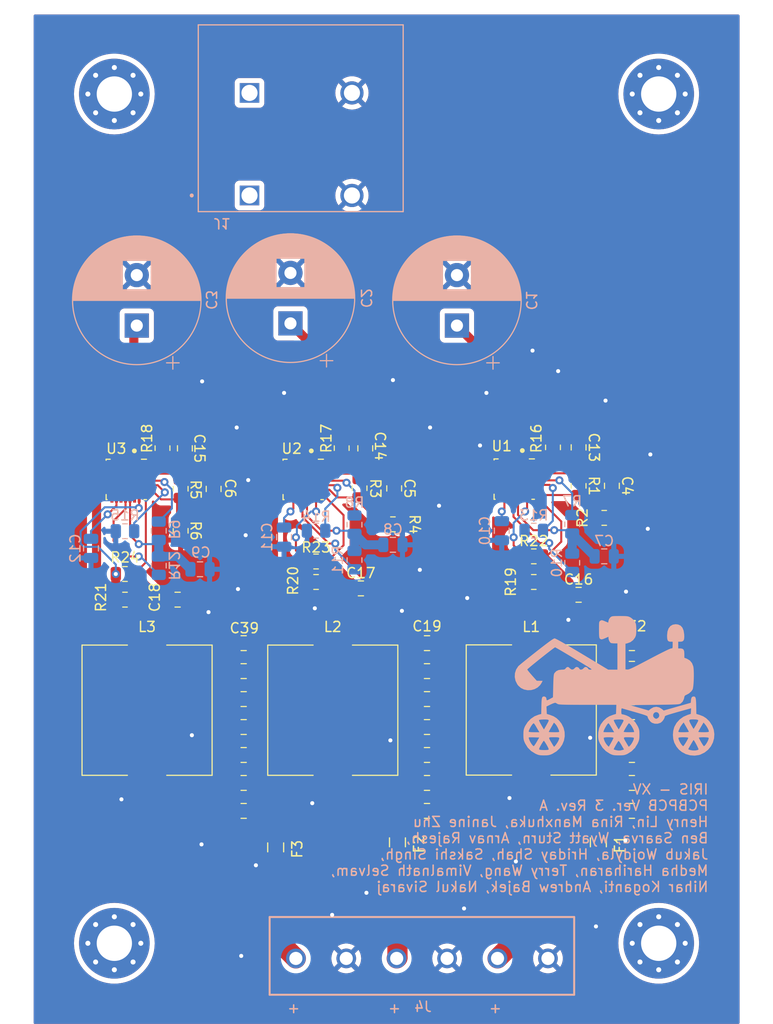
<source format=kicad_pcb>
(kicad_pcb (version 20240108) (generator "pcbnew") (generator_version "8.0")
  (layers (0 "F.Cu" signal) (1 "In1.Cu" power "PWR.Cu") (2 "In2.Cu" power "GND.Cu") (31 "B.Cu" signal) (34 "B.Paste" user) (35 "F.Paste" user) (36 "B.SilkS" user "B.Silkscreen") (37 "F.SilkS" user "F.Silkscreen") (38 "B.Mask" user) (39 "F.Mask" user) (44 "Edge.Cuts" user))
  (net 0 "")
  (net 1 "/V_BAT_IN")
  (net 2 "GND")
  (net 3 "Net-(U1-VDD)")
  (net 4 "Net-(U2-VDD)")
  (net 5 "Net-(U3-VDD)")
  (net 6 "Net-(U1-VDRV)")
  (net 7 "Net-(U2-VDRV)")
  (net 8 "Net-(U3-VDRV)")
  (net 9 "Net-(U1-BOOT)")
  (net 10 "Net-(C13-Pad2)")
  (net 11 "Net-(U2-BOOT)")
  (net 12 "Net-(C14-Pad2)")
  (net 13 "Net-(U3-BOOT)")
  (net 14 "Net-(C15-Pad2)")
  (net 15 "/5V_OUT_1")
  (net 16 "/5V_OUT_2")
  (net 17 "/5V_OUT_3")
  (net 18 "Net-(L1-Pad1)")
  (net 19 "Net-(L2-Pad1)")
  (net 20 "Net-(L3-Pad1)")
  (net 21 "Net-(U1-EN)")
  (net 22 "Net-(U2-EN)")
  (net 23 "Net-(U3-EN)")
  (net 24 "Net-(U1-MODE1)")
  (net 25 "Net-(U2-MODE1)")
  (net 26 "Net-(U3-MODE1)")
  (net 27 "Net-(U1-PGOOD)")
  (net 28 "Net-(U2-PGOOD)")
  (net 29 "Net-(U3-PGOOD)")
  (net 30 "Net-(U1-MODE2)")
  (net 31 "Net-(U2-MODE2)")
  (net 32 "Net-(U3-MODE2)")
  (net 33 "Net-(U1-PHASE)")
  (net 34 "Net-(U2-PHASE)")
  (net 35 "Net-(U3-PHASE)")
  (net 36 "Net-(U1-FB)")
  (net 37 "Net-(U2-FB)")
  (net 38 "Net-(U3-FB)")
  (net 40 "Net-(U1-VOUT)")
  (net 41 "Net-(U2-VOUT)")
  (net 42 "Net-(U3-VOUT)")
  (net 43 "unconnected-(U1-GL-Pad10)_1")
  (net 46 "unconnected-(U2-GL-Pad10)_1")
  (net 48 "unconnected-(U3-GL-Pad10)")
  (footprint "MountingHole:MountingHole_3.5mm_Pad_Via" (layer "F.Cu") (at 79.984155 30.875)
    (property "Reference" "REF**" (hide yes))
    (property "Value" "MountingHole_3.5mm_Pad_Via")
  )
  (footprint "Capacitor_SMD:C_0805_2012Metric" (layer "F.Cu") (at 50.450345 79.847)
    (property "Reference" "C17")
    (property "Value" "100nF")
  )
  (footprint "Inductor_SMD:L_Vishay_IHLP-5050" (layer "F.Cu") (at 47.6615 91.912 -90)
    (property "Reference" "L2")
    (property "Value" "1.2uH")
  )
  (footprint "Capacitor_SMD:C_0805_2012Metric" (layer "F.Cu") (at 57.005345 96.34892)
    (property "Reference" "C21" (hide yes))
    (property "Value" "47uF")
  )
  (footprint "SIC_431_supporting:REGULATOR_SIC431AED-T1-GE3" (layer "F.Cu") (at 44.730345 69.052 -90)
    (property "Reference" "U2")
    (property "Value" "SIC431AED-T1-GE3")
  )
  (footprint "Resistor_SMD:R_0805_2012Metric" (layer "F.Cu") (at 50.315345 69.922 -90)
    (property "Reference" "R3")
    (property "Value" "562k")
  )
  (footprint "Capacitor_SMD:C_0805_2012Metric" (layer "F.Cu") (at 75.342345 69.687 -90)
    (property "Reference" "C4")
    (property "Value" "100nF")
  )
  (footprint "Resistor_SMD:R_0805_2012Metric" (layer "F.Cu") (at 32.575345 74.142 -90)
    (property "Reference" "R6")
    (property "Value" "309k")
  )
  (footprint "Capacitor_SMD:C_0805_2012Metric" (layer "F.Cu") (at 77.325345 96.34892)
    (property "Reference" "C28" (hide yes))
    (property "Value" "47uF")
  )
  (footprint "Resistor_SMD:R_0805_2012Metric" (layer "F.Cu") (at 27.055345 78.422)
    (property "Reference" "R24")
    (property "Value" "73.2k")
  )
  (footprint "Resistor_SMD:R_0805_2012Metric" (layer "F.Cu") (at 48.545345 65.952 90)
    (property "Reference" "R17")
    (property "Value" "3.3")
  )
  (footprint "Inductor_SMD:L_Vishay_IHLP-5050" (layer "F.Cu") (at 29.245345 91.912 -90)
    (property "Reference" "L3")
    (property "Value" "1.2uH")
  )
  (footprint "Capacitor_SMD:C_0805_2012Metric" (layer "F.Cu") (at 57.005345 85.272)
    (property "Reference" "C19")
    (property "Value" "47uF")
  )
  (footprint "Capacitor_SMD:C_0805_2012Metric" (layer "F.Cu") (at 38.825345 88.04123)
    (property "Reference" "C34" (hide yes))
    (property "Value" "47uF")
  )
  (footprint "Resistor_SMD:R_0805_2012Metric" (layer "F.Cu") (at 72.040345 69.687 -90)
    (property "Reference" "R1")
    (property "Value" "562k")
  )
  (footprint "Resistor_SMD:R_0805_2012Metric" (layer "F.Cu") (at 30.775345 65.952 90)
    (property "Reference" "R18")
    (property "Value" "3.3")
  )
  (footprint "Capacitor_SMD:C_0805_2012Metric" (layer "F.Cu") (at 77.325345 85.272)
    (property "Reference" "C32")
    (property "Value" "47uF")
  )
  (footprint "IRIS:FUSC3215X83N" (layer "F.Cu") (at 74 105 -90)
    (property "Reference" "F1")
    (property "Value" "0685P9200-01")
  )
  (footprint "Capacitor_SMD:C_0805_2012Metric" (layer "F.Cu") (at 72.040345 80.482)
    (property "Reference" "C16")
    (property "Value" "100nF")
  )
  (footprint "MountingHole:MountingHole_3.5mm_Pad_Via" (layer "F.Cu") (at 26 30.875)
    (property "Reference" "REF**" (hide yes))
    (property "Value" "MountingHole_3.5mm_Pad_Via")
  )
  (footprint "Capacitor_SMD:C_0805_2012Metric" (layer "F.Cu") (at 53.752345 69.941 -90)
    (property "Reference" "C5")
    (property "Value" "100nF")
  )
  (footprint "Capacitor_SMD:C_0805_2012Metric" (layer "F.Cu") (at 57.005345 99.11815)
    (property "Reference" "C23" (hide yes))
    (property "Value" "47uF")
  )
  (footprint "Capacitor_SMD:C_0805_2012Metric" (layer "F.Cu") (at 32.275345 80.962)
    (property "Reference" "C18")
    (property "Value" "100nF")
  )
  (footprint "Resistor_SMD:R_0805_2012Metric" (layer "F.Cu") (at 74.580345 72.862)
    (property "Reference" "R2")
    (property "Value" "309k")
  )
  (footprint "Resistor_SMD:R_0805_2012Metric" (layer "F.Cu") (at 67.595345 79.212)
    (property "Reference" "R19")
    (property "Value" "10k")
  )
  (footprint "Capacitor_SMD:C_0805_2012Metric" (layer "F.Cu") (at 77.325345 99.11815)
    (property "Reference" "C26" (hide yes))
    (property "Value" "47uF")
  )
  (footprint "IRIS:FUSC3215X83N" (layer "F.Cu") (at 54.076155 105 -90)
    (property "Reference" "F2")
    (property "Value" "0685P9200-01")
  )
  (footprint "Capacitor_SMD:C_0805_2012Metric" (layer "F.Cu") (at 77.325345 90.632)
    (property "Reference" "C30" (hide yes))
    (property "Value" "47uF")
  )
  (footprint "Capacitor_SMD:C_0805_2012Metric" (layer "F.Cu") (at 57.005345 101.88738)
    (property "Reference" "C22" (hide yes))
    (property "Value" "47uF")
  )
  (footprint "Capacitor_SMD:C_0805_2012Metric" (layer "F.Cu") (at 38.825345 101.88738)
    (property "Reference" "C39")
    (property "Value" "47uF")
  )
  (footprint "Capacitor_SMD:C_0805_2012Metric" (layer "F.Cu") (at 57.005345 93.57969)
    (property "Reference" "C25" (hide yes))
    (property "Value" "47uF")
  )
  (footprint "Capacitor_SMD:C_0805_2012Metric" (layer "F.Cu") (at 77.325345 101.88738)
    (property "Reference" "C27" (hide yes))
    (property "Value" "47uF")
  )
  (footprint "Inductor_SMD:L_Vishay_IHLP-5050" (layer "F.Cu") (at 67.345345 91.892 -90)
    (property "Reference" "L1")
    (property "Value" "1.2uH")
  )
  (footprint "Capacitor_SMD:C_0805_2012Metric" (layer "F.Cu") (at 35.845345 69.9945 -90)
    (property "Reference" "C6")
    (property "Value" "100nF")
  )
  (footprint "Capacitor_SMD:C_0805_2012Metric" (layer "F.Cu") (at 38.825345 90.81046)
    (property "Reference" "C35" (hide yes))
    (property "Value" "47uF")
  )
  (footprint "Capacitor_SMD:C_0805_2012Metric" (layer "F.Cu") (at 57.005345 88.04123)
    (property "Reference" "C20" (hide yes))
    (property "Value" "47uF")
  )
  (footprint "Resistor_SMD:R_0805_2012Metric" (layer "F.Cu") (at 69.500345 65.877 90)
    (property "Reference" "R16")
    (property "Value" "3.3")
  )
  (footprint "Capacitor_SMD:C_0805_2012Metric" (layer "F.Cu") (at 72.040345 65.877 90)
    (property "Reference" "C13")
    (property "Value" "100nF")
  )
  (footprint "Capacitor_SMD:C_0805_2012Metric" (layer "F.Cu") (at 38.825345 99.11815)
    (property "Reference" "C38" (hide yes))
    (property "Value" "47uF")
  )
  (footprint "MountingHole:MountingHole_3.5mm_Pad_Via" (layer "F.Cu") (at 26 115)
    (property "Reference" "REF**" (hide yes))
    (property "Value" "MountingHole_3.5mm_Pad_Via")
  )
  (footprint "Resistor_SMD:R_0805_2012Metric" (layer "F.Cu") (at 27.055345 80.962)
    (property "Reference" "R21")
    (property "Value" "10k")
  )
  (footprint "IRIS:FUSC3215X83N" (layer "F.Cu") (at 42 105.5 -90)
    (property "Reference" "F3")
    (property "Value" "0685P9200-01")
  )
  (footprint "Capacitor_SMD:C_0805_2012Metric" (layer "F.Cu") (at 38.825345 96.34892)
    (property "Reference" "C37" (hide yes))
    (property "Value" "47uF")
  )
  (footprint "Resistor_SMD:R_0805_2012Metric" (layer "F.Cu") (at 53.625345 73.497)
    (property "Reference" "R4")
    (property "Value" "309k")
  )
  (footprint "Capacitor_SMD:C_0805_2012Metric" (layer "F.Cu") (at 57.005345 90.81046)
    (property "Reference" "C24" (hide yes))
    (property "Value" "47uF")
  )
  (footprint "SIC_431_supporting:REGULATOR_SIC431AED-T1-GE3" (layer "F.Cu") (at 65.657845 69.0195 -90)
    (property "Reference" "U1")
    (property "Value" "SIC431AED-T1-GE3")
  )
  (footprint "Resistor_SMD:R_0805_2012Metric" (layer "F.Cu") (at 67.595345 76.672)
    (property "Reference" "R22")
    (property "Value" "73.2")
  )
  (footprint "Resistor_SMD:R_0805_2012Metric" (layer "F.Cu") (at 32.575345 69.9745 -90)
    (property "Reference" "R5")
    (property "Value" "562k")
  )
  (footprint "Capacitor_SMD:C_0805_2012Metric" (layer "F.Cu") (at 38.825345 85.272)
    (property "Reference" "C33" (hide yes))
    (property "Value" "47uF")
  )
  (footprint "Capacitor_SMD:C_0805_2012Metric" (layer "F.Cu") (at 50.885345 65.972 90)
    (property "Reference" "C14")
    (property "Value" "100nF")
  )
  (footprint "SIC_431_supporting:REGULATOR_SIC431AED-T1-GE3" (layer "F.Cu") (at 27.185345 69.052 -90)
    (property "Reference" "U3")
    (property "Value" "SIC431AED-T1-GE3")
  )
  (footprint "Resistor_SMD:R_0805_2012Metric" (layer "F.Cu") (at 46.005345 79.212)
    (property "Reference" "R20")
    (property "Value" "10k")
  )
  (footprint "Capacitor_SMD:C_0805_2012Metric" (layer "F.Cu") (at 77.325345 93.57969)
    (property "Reference" "C29" (hide yes))
    (property "Value" "47uF")
  )
  (footprint "Capacitor_SMD:C_0805_2012Metric" (layer "F.Cu") (at 77.325345 87.812)
    (property "Reference" "C31" (hide yes))
    (property "Value" "47uF")
  )
  (footprint "Capacitor_SMD:C_0805_2012Metric" (layer "F.Cu") (at 38.825345 93.57969)
    (property "Reference" "C36" (hide yes))
    (property "Value" "47uF")
  )
  (footprint "Resistor_SMD:R_0805_2012Metric" (layer "F.Cu") (at 46.005345 77.18)
    (property "Reference" "R23")
    (property "Value" "73.2")
  )
  (footprint "Capacitor_SMD:C_0805_2012Metric" (layer "F.Cu") (at 32.995345 65.972 90)
    (property "Reference" "C15")
    (property "Value" "100nF")
  )
  (footprint "MountingHole:MountingHole_3.5mm_Pad_Via" (layer "F.Cu") (at 79.984155 115)
    (property "Reference" "REF**" (hide yes))
    (property "Value" "MountingHole_3.5mm_Pad_Via")
  )
  (footprint "Resistor_SMD:R_0805_2012Metric" (layer "B.Cu") (at 46.005345 74.132)
    (property "Reference" "R14")
    (property "Value" "200k")
  )
  (footprint "Capacitor_SMD:C_0805_2012Metric" (layer "B.Cu") (at 53.625345 75.529)
    (property "Reference" "C8")
    (property "Value" "1uF")
  )
  (footprint "Resistor_SMD:R_0805_2012Metric" (layer "B.Cu") (at 49.815345 77.042 -90)
    (property "Reference" "R11")
    (property "Value" "100k")
  )
  (footprint "Resistor_SMD:R_0805_2012Metric" (layer "B.Cu") (at 27.055345 74.182)
    (property "Reference" "R15")
    (property "Value" "200k")
  )
  (footprint "Resistor_SMD:R_0805_2012Metric" (layer "B.Cu") (at 30.405345 74.142 90)
    (property "Reference" "R9")
    (property "Value" "100k")
  )
  (footprint "Resistor_SMD:R_0805_2012Metric" (layer "B.Cu") (at 30.405345 77.5945 -90)
    (property "Reference" "R12")
    (property "Value" "100k")
  )
  (footprint "Resistor_SMD:R_0805_2012Metric" (layer "B.Cu") (at 71.405345 77.307 -90)
    (property "Reference" "R10")
    (property "Value" "100k")
  )
  (footprint "Capacitor_THT:CP_Radial_D12.5mm_P5.00mm" (layer "B.Cu") (at 59.975345 53.812 90)
    (property "Reference" "C1")
    (property "Value" "150uF")
  )
  (footprint "Resistor_SMD:R_0805_2012Metric" (layer "B.Cu") (at 49.815345 73.532 90)
    (property "Reference" "R8")
    (property "Value" "100k")
  )
  (footprint "Capacitor_SMD:C_0805_2012Metric" (layer "B.Cu") (at 23.685345 75.882 -90)
    (property "Reference" "C12")
    (property "Value" "4.7uF")
  )
  (footprint "Capacitor_SMD:C_0805_2012Metric" (layer "B.Cu") (at 74.580345 76.672)
    (property "Reference" "C7")
    (property "Value" "1uF")
  )
  (footprint "Capacitor_SMD:C_0805_2012Metric" (layer "B.Cu") (at 64.420345 74.132 -90)
    (property "Reference" "C10")
    (property "Value" "4.7uF")
  )
  (footprint "Capacitor_SMD:C_0805_2012Metric" (layer "B.Cu") (at 42.830345 74.767 -90)
    (property "Reference" "C11")
    (property "Value" "4.7uF")
  )
  (footprint "Capacitor_THT:CP_Radial_D12.5mm_P5.00mm" (layer "B.Cu") (at 43.465345 53.595959 90)
    (property "Reference" "C2")
    (property "Value" "150uF")
  )
  (footprint "Capacitor_THT:CP_Radial_D12.5mm_P5.00mm" (layer "B.Cu") (at 28.225345 53.812 90)
    (property "Reference" "C3")
    (property "Value" "150uF")
  )
  (footprint "power_board_support:TE_1986660-2" (layer "B.Cu") (at 39.4035 40.924)
    (property "Reference" "J1")
    (property "Value" "Screw_Terminal_01x02")
  )
  (footprint "Capacitor_SMD:C_0805_2012Metric" (layer "B.Cu") (at 34.495345 77.952)
    (property "Reference" "C9")
    (property "Value" "1uF")
  )
  (footprint "Custom_Silkscreen_and_memes:IRIS_OLD_logo" (layer "B.Cu") (at 75.5 89.5 180)
    (property "Reference" "G***")
    (property "Value" "LOGO" (hide yes))
  )
  (footprint "Resistor_SMD:R_0805_2012Metric" (layer "B.Cu") (at 67.595345 74.132)
    (property "Reference" "R13")
    (property "Value" "200k")
  )
  (footprint "power_board_support:691137710006" (layer "B.Cu") (at 56.5 116.5)
    (property "Reference" "J4")
    (property "Value" "Screw_Terminal_01x06")
  )
  (footprint "Resistor_SMD:R_0805_2012Metric" (layer "B.Cu") (at 71.405345 73.497 90)
    (property "Reference" "R7")
    (property "Value" "100k")
  )
  (gr_text "+" (at 54.5 122 0) (layer "B.SilkS") (effects (font (size 1 1)) (justify left bottom mirror)))
  (gr_text "+" (at 44.5 122 0) (layer "B.SilkS") (effects (font (size 1 1)) (justify left bottom mirror)))
  (gr_text "IRIS - XV\nPCBPCB Ver. 3 Rev. A\nHenry Lin, Rina Manxhuka, Janine Zhu\nBen Saarva, Wyatt Sturn, Arnav Rajesh, \nJakub Wojdyla, Hriday Shah, Sakshi Singh, \nMedha Hariharan, Terry Wang, Vimalnath Selvam, \nNihar Koganti, Andrew Bajek, Nakul Sivaraj" (at 85 110 0) (layer "B.SilkS") (effects (font (size 1 1)) (justify left bottom mirror)))
  (gr_text "+" (at 64.5 122 0) (layer "B.SilkS") (effects (font (size 1 1)) (justify left bottom mirror)))
  (segment (start 71.710345 68.4445) (end 72.040345 68.7745) (width 0.2) (layer "F.Cu") (net 1))
  (segment (start 45.480345 55.610959) (end 53.752345 63.882959) (width 0.9) (layer "F.Cu") (net 1))
  (segment (start 29.122845 68.477) (end 31.990345 68.477) (width 0.2) (layer "F.Cu") (net 1))
  (segment (start 27.935345 57.964208) (end 27.935345 56.352) (width 0.9) (layer "F.Cu") (net 1))
  (segment (start 35.845345 69.0445) (end 35.150345 69.0445) (width 0.9) (layer "F.Cu") (net 1))
  (segment (start 28.225345 53.812) (end 27.935345 54.102) (width 0.9) (layer "F.Cu") (net 1))
  (segment (start 35.845345 69.0445) (end 32.592845 69.0445) (width 0.9) (layer "F.Cu") (net 1))
  (segment (start 50.315345 69.0095) (end 53.733845 69.0095) (width 0.9) (layer "F.Cu") (net 1))
  (segment (start 35.845345 69.0445) (end 35.845345 65.874208) (width 0.9) (layer "F.Cu") (net 1))
  (segment (start 75.342345 68.737) (end 75.342345 66.231208) (width 0.9) (layer "F.Cu") (net 1))
  (segment (start 45.480345 67.877) (end 45.480345 55.610959) (width 0.9) (layer "F.Cu") (net 1))
  (segment (start 75.342345 66.231208) (end 69.355637 60.2445) (width 0.9) (layer "F.Cu") (net 1))
  (segment (start 72.063845 68.798) (end 72.040345 68.7745) (width 0.9) (layer "F.Cu") (net 1))
  (segment (start 66.407845 67.8445) (end 66.407845 60.2445) (width 0.9) (layer "F.Cu") (net 1))
  (segment (start 32.292845 69.0445) (end 32.275345 69.062) (width 0.9) (layer "F.Cu") (net 1))
  (segment (start 67.595345 68.4445) (end 71.710345 68.4445) (width 0.2) (layer "F.Cu") (net 1))
  (segment (start 35.150345 69.0445) (end 35.132845 69.062) (width 0.9) (layer "F.Cu") (net 1))
  (segment (start 53.733845 69.0095) (end 53.752345 68.991) (width 0.9) (layer "F.Cu") (net 1))
  (segment (start 45.480345 55.610959) (end 43.465345 53.595959) (width 0.9) (layer "F.Cu") (net 1))
  (segment (start 69.355637 60.2445) (end 66.407845 60.2445) (width 0.9) (layer "F.Cu") (net 1))
  (segment (start 27.935345 54.102) (end 27.935345 56.352) (width 0.9) (layer "F.Cu") (net 1))
  (segment (start 75.281345 68.798) (end 72.063845 68.798) (width 0.9) (layer "F.Cu") (net 1))
  (segment (start 27.935345 58.892) (end 27.935345 67.877) (width 0.9) (layer "F.Cu") (net 1))
  (segment (start 46.667845 68.477) (end 49.782845 68.477) (width 0.2) (layer "F.Cu") (net 1))
  (segment (start 53.752345 63.882959) (end 53.752345 68.991) (width 0.9) (layer "F.Cu") (net 1))
  (segment (start 35.845345 65.874208) (end 27.935345 57.964208) (width 0.9) (layer "F.Cu") (net 1))
  (segment (start 31.990345 68.477) (end 32.575345 69.062) (width 0.2) (layer "F.Cu") (net 1))
  (segment (start 75.342345 68.737) (end 75.281345 68.798) (width 0.9) (layer "F.Cu") (net 1))
  (segment (start 49.782845 68.477) (end 50.315345 69.0095) (width 0.2) (layer "F.Cu") (net 1))
  (segment (start 27.935345 56.352) (end 27.935345 58.892) (width 0.9) (layer "F.Cu") (net 1))
  (segment (start 66.407845 60.2445) (end 59.975345 53.812) (width 0.9) (layer "F.Cu") (net 1))
  (segment (start 65.132845 70.957) (end 65.132845 69.992) (width 0.1) (layer "F.Cu") (net 2))
  (segment (start 26.660345 70.9895) (end 26.660345 70.0245) (width 0.1) (layer "F.Cu") (net 2))
  (segment (start 65.617845 69.507) (end 65.355345 69.7695) (width 0.25) (layer "F.Cu") (net 2))
  (segment (start 44.690345 69.5395) (end 44.427845 69.802) (width 0.25) (layer "F.Cu") (net 2))
  (segment (start 26.660345 70.0245) (end 26.882845 69.802) (width 0.1) (layer "F.Cu") (net 2))
  (segment (start 44.205345 70.0245) (end 44.427845 69.802) (width 0.1) (layer "F.Cu") (net 2))
  (segment (start 66.407845 69.507) (end 65.617845 69.507) (width 0.25) (layer "F.Cu") (net 2))
  (segment (start 28.010345 70.9895) (end 28.010345 69.6145) (width 0.2) (layer "F.Cu") (net 2))
  (segment (start 28.010345 69.6145) (end 27.935345 69.5395) (width 0.2) (layer "F.Cu") (net 2))
  (segment (start 44.205345 70.9895) (end 44.205345 70.0245) (width 0.1) (layer "F.Cu") (net 2))
  (segment (start 66.482845 70.957) (end 66.482845 69.582) (width 0.2) (layer "F.Cu") (net 2))
  (segment (start 27.935345 69.5395) (end 27.145345 69.5395) (width 0.2) (layer "F.Cu") (net 2))
  (segment (start 66.482845 69.582) (end 66.407845 69.507) (width 0.2) (layer "F.Cu") (net 2))
  (segment (start 45.555345 69.6145) (end 45.480345 69.5395) (width 0.2) (layer "F.Cu") (net 2))
  (segment (start 45.555345 70.9895) (end 45.555345 69.6145) (width 0.2) (layer "F.Cu") (net 2))
  (segment (start 27.145345 69.5395) (end 26.882845 69.802) (width 0.2) (layer "F.Cu") (net 2))
  (segment (start 65.132845 69.992) (end 65.355345 69.7695) (width 0.1) (layer "F.Cu") (net 2))
  (segment (start 45.480345 69.5395) (end 44.690345 69.5395) (width 0.25) (layer "F.Cu") (net 2))
  (via (at 53.3735 94.899) (size 0.8) (drill 0.4) (layers "F.Cu" "B.Cu") (net 2))
  (via (at 73.1855 94.645) (size 0.8) (drill 0.4) (layers "F.Cu" "B.Cu") (net 2))
  (via (at 60.680155 111.553) (size 0.8) (drill 0.4) (layers "F.Cu" "B.Cu") (net 2))
  (via (at 76.7415 80.167) (size 0.8) (drill 0.4) (layers "F.Cu" "B.Cu") (net 2))
  (via (at 53.6275 59.212) (size 0.8) (drill 0.4) (layers "F.Cu" "B.Cu") (net 2))
  (via (at 47.599155 112.188) (size 0.8) (drill 0.4) (layers "F.Cu" "B.Cu") (net 2))
  (via (at 54.5165 82.072) (size 0.8) (drill 0.4) (layers "F.Cu" "B.Cu") (net 2))
  (via (at 58.1995 71.658) (size 0.8) (drill 0.4) (layers "F.Cu" "B.Cu") (net 2))
  (via (at 76.682155 104.822) (size 0.8) (drill 0.4) (layers "F.Cu" "B.Cu") (net 2))
  (via (at 34.645155 105.203) (size 0.8) (drill 0.4) (layers "F.Cu" "B.Cu") (net 2))
  (via (at 60.9935 80.802) (size 0.8) (drill 0.4) (layers "F.Cu" "B.Cu") (net 2))
  (via (at 38.582155 116.252) (size 0.8) (drill 0.4) (layers "F.Cu" "B.Cu") (net 2))
  (via (at 71.0265 82.961) (size 0.8) (drill 0.4) (layers "F.Cu" "B.Cu") (net 2))
  (via (at 45.6265 101.122) (size 0.8) (drill 0.4) (layers "F.Cu" "B.Cu") (net 2))
  (via (at 34.7045 59.339) (size 0.8) (drill 0.4) (layers "F.Cu" "B.Cu") (net 2))
  (via (at 65.8195 106.893) (size 0.8) (drill 0.4) (layers "F.Cu" "B.Cu") (net 2))
  (via (at 79.1545 66.578) (size 0.8) (drill 0.4) (layers "F.Cu" "B.Cu") (net 2))
  (via (at 62.8985 60.482) (size 0.8) (drill 0.4) (layers "F.Cu" "B.Cu") (net 2))
  (via (at 39.0225 74.579) (size 0.8) (drill 0.4) (layers "F.Cu" "B.Cu") (net 2))
  (via (at 38.2605 79.913) (size 0.8) (drill 0.4) (layers "F.Cu" "B.Cu") (net 2))
  (via (at 45.8805 81.818) (size 0.8) (drill 0.4) (layers "F.Cu" "B.Cu") (net 2))
  (via (at 35.3395 82.199) (size 0.8) (drill 0.4) (layers "F.Cu" "B.Cu") (net 2))
  (via (at 73.761155 113.331) (size 0.8) (drill 0.4) (layers "F.Cu" "B.Cu") (net 2))
  (via (at 33.6885 94.391) (size 0.8) (drill 0.4) (layers "F.Cu" "B.Cu") (net 2))
  (via (at 26.7035 100.741) (size 0.8) (drill 0.4) (layers "F.Cu" "B.Cu") (net 2))
  (via (at 51 110) (size 0.8) (drill 0.4) (layers "F.Cu" "B.Cu") (net 2))
  (via (at 70.0105 58.323) (size 0.8) (drill 0.4) (layers "F.Cu" "B.Cu") (net 2))
  (via (at 38.1335 63.911) (size 0.8) (drill 0.4) (layers "F.Cu" "B.Cu") (net 2))
  (via (at 39.2765 69.118) (size 0.8) (drill 0.4) (layers "F.Cu" "B.Cu") (net 2))
  (via (at 78.9005 73.944) (size 0.8) (drill 0.4) (layers "F.Cu" "B.Cu") (net 2))
  (via (at 56.2945 78.008) (size 0.8) (drill 0.4) (layers "F.Cu" "B.Cu") (net 2))
  (via (at 67.4705 56.291) (size 0.8) (drill 0.4) (layers "F.Cu" "B.Cu") (net 2))
  (via (at 57.3105 63.911) (size 0.8) (drill 0.4) (layers "F.Cu" "B.Cu") (net 2))
  (via (at 65.1845 100.614) (size 0.8) (drill 0.4) (layers "F.Cu" "B.Cu") (net 2))
  (via (at 62.2635 65.689) (size 0.8) (drill 0.4) (layers "F.Cu" "B.Cu") (net 2))
  (via (at 40.0385 107.274) (size 0.8) (drill 0.4) (layers "F.Cu" "B.Cu") (net 2))
  (via (at 74.7095 61.244) (size 0.8) (drill 0.4) (layers "F.Cu" "B.Cu") (net 2))
  (via (at 42.8325 60.482) (size 0.8) (drill 0.4) (layers "F.Cu" "B.Cu") (net 2))
  (segment (start 69.619845 74.080221) (end 67.543566 74.080221) (width 0.2) (layer "F.Cu") (net 3))
  (segment (start 67.543566 74.080221) (end 66.032845 72.5695) (width 0.2) (layer "F.Cu") (net 3))
  (segment (start 66.032845 72.5695) (end 66.032845 70.957) (width 0.2) (layer "F.Cu") (net 3))
  (via (at 69.619845 74.080221) (size 0.8) (drill 0.4) (layers "F.Cu" "B.Cu") (net 3))
  (segment (start 69.619845 74.080221) (end 71.076066 74.080221) (width 0.2) (layer "B.Cu") (net 3))
  (segment (start 71.405345 74.447) (end 73.630345 76.672) (width 0.9) (layer "B.Cu") (net 3))
  (segment (start 71.076066 74.080221) (end 71.405345 74.4095) (width 0.2) (layer "B.Cu") (net 3))
  (segment (start 71.405345 74.4095) (end 71.405345 76.3945) (width 0.9) (layer "B.Cu") (net 3))
  (segment (start 71.405345 74.4095) (end 71.405345 74.447) (width 0.9) (layer "B.Cu") (net 3))
  (segment (start 45.105345 72.666314) (end 45.105345 70.9895) (width 0.2) (layer "F.Cu") (net 4))
  (segment (start 46.571031 74.132) (end 45.105345 72.666314) (width 0.2) (layer "F.Cu") (net 4))
  (segment (start 48.029845 74.132) (end 46.571031 74.132) (width 0.2) (layer "F.Cu") (net 4))
  (via (at 48.029845 74.132) (size 0.8) (drill 0.4) (layers "F.Cu" "B.Cu") (net 4))
  (segment (start 52.675345 75.529) (end 50.899845 75.529) (width 0.9) (layer "B.Cu") (net 4))
  (segment (start 49.502845 74.132) (end 49.815345 74.4445) (width 0.2) (layer "B.Cu") (net 4))
  (segment (start 49.815345 76.1295) (end 49.815345 74.4445) (width 0.9) (layer "B.Cu") (net 4))
  (segment (start 50.899845 75.529) (end 49.815345 74.4445) (width 0.9) (layer "B.Cu") (net 4))
  (segment (start 48.029845 74.132) (end 49.502845 74.132) (width 0.2) (layer "B.Cu") (net 4))
  (segment (start 28.422845 75.460361) (end 27.560345 74.597861) (width 0.2) (layer "F.Cu") (net 5))
  (segment (start 27.560345 74.597861) (end 27.560345 70.9895) (width 0.2) (layer "F.Cu") (net 5))
  (via (at 28.422845 75.460361) (size 0.8) (drill 0.4) (layers "F.Cu" "B.Cu") (net 5))
  (segment (start 30.405345 76.682) (end 32.275345 76.682) (width 0.9) (layer "B.Cu") (net 5))
  (segment (start 29.999484 75.460361) (end 30.405345 75.0545) (width 0.2) (layer "B.Cu") (net 5))
  (segment (start 28.422845 75.460361) (end 29.999484 75.460361) (width 0.2) (layer "B.Cu") (net 5))
  (segment (start 30.405345 75.0545) (end 30.405345 76.682) (width 0.9) (layer "B.Cu") (net 5))
  (segment (start 32.275345 76.682) (end 33.545345 77.952) (width 0.9) (layer "B.Cu") (net 5))
  (segment (start 64.682845 71.9645) (end 64.420345 72.227) (width 0.2) (layer "F.Cu") (net 6))
  (segment (start 64.682845 70.957) (end 64.682845 71.9645) (width 0.2) (layer "F.Cu") (net 6))
  (via (at 64.420345 72.227) (size 0.8) (drill 0.4) (layers "F.Cu" "B.Cu") (net 6))
  (segment (start 64.420345 72.227) (end 64.420345 73.182) (width 0.2) (layer "B.Cu") (net 6))
  (segment (start 43.755345 71.937) (end 43.465345 72.227) (width 0.2) (layer "F.Cu") (net 7))
  (segment (start 43.755345 70.9895) (end 43.755345 71.937) (width 0.2) (layer "F.Cu") (net 7))
  (via (at 43.465345 72.227) (size 0.8) (drill 0.4) (layers "F.Cu" "B.Cu") (net 7))
  (segment (start 43.465345 72.227) (end 42.830345 72.862) (width 0.2) (layer "B.Cu") (net 7))
  (segment (start 42.830345 72.862) (end 42.830345 73.817) (width 0.2) (layer "B.Cu") (net 7))
  (segment (start 26.210345 71.652) (end 25.351376 72.510969) (width 0.2) (layer "F.Cu") (net 8))
  (segment (start 25.351376 72.510969) (end 25.334316 72.510969) (width 0.2) (layer "F.Cu") (net 8))
  (segment (start 26.210345 70.9895) (end 26.210345 71.652) (width 0.2) (layer "F.Cu") (net 8))
  (via (at 25.334316 72.510969) (size 0.8) (drill 0.4) (layers "F.Cu" "B.Cu") (net 8))
  (segment (start 25.334316 72.510969) (end 23.685345 74.15994) (width 0.2) (layer "B.Cu") (net 8))
  (segment (start 23.685345 74.15994) (end 23.685345 74.932) (width 0.2) (layer "B.Cu") (net 8))
  (segment (start 67.595345 67.9945) (end 70.872845 67.9945) (width 0.2) (layer "F.Cu") (net 9))
  (segment (start 70.872845 67.9945) (end 72.040345 66.827) (width 0.2) (layer "F.Cu") (net 9))
  (segment (start 69.500345 64.9645) (end 72.002845 64.9645) (width 0.9) (layer "F.Cu") (net 10))
  (segment (start 72.002845 64.9645) (end 72.040345 64.927) (width 0.9) (layer "F.Cu") (net 10))
  (segment (start 46.667845 68.027) (end 49.780345 68.027) (width 0.2) (layer "F.Cu") (net 11))
  (segment (start 49.780345 68.027) (end 50.885345 66.922) (width 0.2) (layer "F.Cu") (net 11))
  (segment (start 50.867845 65.0395) (end 50.885345 65.022) (width 0.9) (layer "F.Cu") (net 12))
  (segment (start 48.545345 65.0395) (end 50.867845 65.0395) (width 0.9) (layer "F.Cu") (net 12))
  (segment (start 29.122845 68.027) (end 31.890345 68.027) (width 0.2) (layer "F.Cu") (net 13))
  (segment (start 31.890345 68.027) (end 32.995345 66.922) (width 0.2) (layer "F.Cu") (net 13))
  (segment (start 32.977845 65.0395) (end 32.995345 65.022) (width 0.9) (layer "F.Cu") (net 14))
  (segment (start 30.775345 65.0395) (end 32.977845 65.0395) (width 0.9) (layer "F.Cu") (net 14))
  (segment (start 42 106.97) (end 42 114.5) (width 2) (layer "F.Cu") (net 15))
  (segment (start 42 114.5) (end 44 116.5) (width 2) (layer "F.Cu") (net 15))
  (segment (start 54.076155 106.47) (end 54.076155 116.423845) (width 2) (layer "F.Cu") (net 16))
  (segment (start 54.076155 116.423845) (end 54 116.5) (width 2) (layer "F.Cu") (net 16))
  (segment (start 74 106.5) (end 64 116.5) (width 2) (layer "F.Cu") (net 17))
  (segment (start 74 106.47) (end 74 106.5) (width 2) (layer "F.Cu") (net 17))
  (segment (start 63.582845 67.5445) (end 62.930345 68.197) (width 0.9) (layer "F.Cu") (net 18))
  (segment (start 63.057845 69.1445) (end 62.515345 69.687) (width 0.9) (layer "F.Cu") (net 18))
  (segment (start 62.930345 68.197) (end 62.930345 68.492) (width 0.9) (layer "F.Cu") (net 18))
  (segment (start 62.515345 69.687) (end 62.515345 81.347) (width 0.9) (layer "F.Cu") (net 18))
  (segment (start 62.930345 68.197) (end 62.515345 68.612) (width 0.9) (layer "F.Cu") (net 18))
  (segment (start 62.515345 68.612) (end 62.515345 69.687) (width 0.9) (layer "F.Cu") (net 18))
  (segment (start 62.930345 68.492) (end 63.582845 69.1445) (width 0.9) (layer "F.Cu") (net 18))
  (segment (start 63.582845 67.5445) (end 63.582845 69.2445) (width 0.9) (layer "F.Cu") (net 18))
  (segment (start 62.515345 81.347) (end 67.345345 86.177) (width 0.9) (layer "F.Cu") (net 18))
  (segment (start 63.582845 69.1445) (end 63.057845 69.1445) (width 0.9) (layer "F.Cu") (net 18))
  (segment (start 42.655345 69.177) (end 42.555345 69.277) (width 0.9) (layer "F.Cu") (net 19))
  (segment (start 42.555345 69.277) (end 41.780345 69.277) (width 0.9) (layer "F.Cu") (net 19))
  (segment (start 41.780345 68.377) (end 41.780345 69.687) (width 0.9) (layer "F.Cu") (net 19))
  (segment (start 41.780345 69.687) (end 41.780345 80.315845) (width 0.9) (layer "F.Cu") (net 19))
  (segment (start 42.655345 67.577) (end 42.580345 67.577) (width 0.9) (layer "F.Cu") (net 19))
  (segment (start 41.780345 69.277) (end 41.780345 69.687) (width 0.9) (layer "F.Cu") (net 19))
  (segment (start 42.655345 67.577) (end 42.655345 69.277) (width 0.9) (layer "F.Cu") (net 19))
  (segment (start 42.580345 67.577) (end 41.780345 68.377) (width 0.9) (layer "F.Cu") (net 19))
  (segment (start 41.780345 80.315845) (end 47.6615 86.197) (width 0.9) (layer "F.Cu") (net 19))
  (segment (start 24.235345 70.322) (end 24.235345 81.187) (width 0.9) (layer "F.Cu") (net 20))
  (segment (start 24.235345 70.322) (end 24.235345 68.452) (width 0.9) (layer "F.Cu") (net 20))
  (segment (start 24.235345 70.052) (end 24.235345 70.322) (width 0.2) (layer "F.Cu") (net 20))
  (segment (start 25.110345 67.577) (end 25.110345 69.277) (width 0.9) (layer "F.Cu") (net 20))
  (segment (start 24.235345 81.187) (end 29.245345 86.197) (width 0.9) (layer "F.Cu") (net 20))
  (segment (start 25.110345 69.177) (end 24.235345 70.052) (width 0.2) (layer "F.Cu") (net 20))
  (segment (start 24.235345 68.452) (end 25.110345 67.577) (width 0.9) (layer "F.Cu") (net 20))
  (segment (start 73.667845 72.862) (end 73.667845 72.227) (width 0.9) (layer "F.Cu") (net 21))
  (segment (start 72.040345 70.5995) (end 68.712845 70.5995) (width 0.2) (layer "F.Cu") (net 21))
  (segment (start 73.667845 72.227) (end 72.040345 70.5995) (width 0.9) (layer "F.Cu") (net 21))
  (segment (start 68.157845 70.0445) (end 67.595345 70.0445) (width 0.2) (layer "F.Cu") (net 21))
  (segment (start 68.712845 70.5995) (end 68.157845 70.0445) (width 0.2) (layer "F.Cu") (net 21))
  (segment (start 52.712845 73.232) (end 50.315345 70.8345) (width 0.9) (layer "F.Cu") (net 22))
  (segment (start 50.315345 70.8345) (end 48.087845 70.8345) (width 0.2) (layer "F.Cu") (net 22))
  (segment (start 52.712845 73.497) (end 52.712845 73.232) (width 0.9) (layer "F.Cu") (net 22))
  (segment (start 47.330345 70.077) (end 46.667845 70.077) (width 0.2) (layer "F.Cu") (net 22))
  (segment (start 48.087845 70.8345) (end 47.330345 70.077) (width 0.2) (layer "F.Cu") (net 22))
  (segment (start 32.575345 70.887) (end 32.575345 73.2295) (width 0.9) (layer "F.Cu") (net 23))
  (segment (start 30.640345 71.032) (end 32.430345 71.032) (width 0.2) (layer "F.Cu") (net 23))
  (segment (start 29.122845 70.077) (end 29.685345 70.077) (width 0.2) (layer "F.Cu") (net 23))
  (segment (start 29.685345 70.077) (end 30.640345 71.032) (width 0.2) (layer "F.Cu") (net 23))
  (segment (start 32.430345 71.032) (end 32.575345 70.887) (width 0.2) (layer "F.Cu") (net 23))
  (segment (start 70.134845 69.1445) (end 70.135345 69.144) (width 0.2) (layer "F.Cu") (net 24))
  (segment (start 67.595345 69.1445) (end 70.134845 69.1445) (width 0.2) (layer "F.Cu") (net 24))
  (via (at 70.135345 69.144) (size 0.8) (drill 0.4) (layers "F.Cu" "B.Cu") (net 24))
  (segment (start 71.405345 70.414) (end 71.405345 72.5845) (width 0.2) (layer "B.Cu") (net 24))
  (segment (start 70.135345 69.144) (end 71.405345 70.414) (width 0.2) (layer "B.Cu") (net 24))
  (segment (start 46.667845 69.177) (end 48.822059 69.177) (width 0.2) (layer "F.Cu") (net 25))
  (segment (start 48.822059 69.177) (end 49.022559 69.3775) (width 0.2) (layer "F.Cu") (net 25))
  (via (at 49.022559 69.3775) (size 0.8) (drill 0.4) (layers "F.Cu" "B.Cu") (net 25))
  (segment (start 49.815345 70.170286) (end 49.022559 69.3775) (width 0.2) (layer "B.Cu") (net 25))
  (segment (start 49.815345 72.6195) (end 49.815345 70.170286) (width 0.2) (layer "B.Cu") (net 25))
  (segment (start 29.850345 69.177) (end 30.839588 69.177) (width 0.2) (layer "F.Cu") (net 26))
  (segment (start 29.122845 69.177) (end 29.850345 69.177) (width 0.2) (layer "F.Cu") (net 26))
  (segment (start 30.839588 69.177) (end 30.970997 69.308409) (width 0.2) (layer "F.Cu") (net 26))
  (via (at 30.970997 69.308409) (size 0.8) (drill 0.4) (layers "F.Cu" "B.Cu") (net 26))
  (segment (start 31.705345 71.9295) (end 30.405345 73.2295) (width 0.2) (layer "B.Cu") (net 26))
  (segment (start 31.705345 70.042757) (end 31.705345 71.9295) (width 0.2) (layer "B.Cu") (net 26))
  (segment (start 30.970997 69.308409) (end 31.705345 70.042757) (width 0.2) (layer "B.Cu") (net 26))
  (segment (start 65.582845 72.7545) (end 65.582845 70.957) (width 0.2) (layer "F.Cu") (net 27))
  (segment (start 69.123679 75.354532) (end 68.182877 75.354532) (width 0.2) (layer "F.Cu") (net 27))
  (segment (start 68.182877 75.354532) (end 65.582845 72.7545) (width 0.2) (layer "F.Cu") (net 27))
  (via (at 69.123679 75.354532) (size 0.8) (drill 0.4) (layers "F.Cu" "B.Cu") (net 27))
  (segment (start 69.123679 75.354532) (end 69.123679 75.937834) (width 0.2) (layer "B.Cu") (net 27))
  (segment (start 69.123679 75.937834) (end 71.405345 78.2195) (width 0.2) (layer "B.Cu") (net 27))
  (segment (start 47.910345 75.402) (end 47.275345 75.402) (width 0.2) (layer "F.Cu") (net 28))
  (segment (start 47.275345 75.402) (end 44.655345 72.782) (width 0.2) (layer "F.Cu") (net 28))
  (segment (start 44.655345 72.782) (end 44.655345 70.9895) (width 0.2) (layer "F.Cu") (net 28))
  (via (at 47.910345 75.402) (size 0.8) (drill 0.4) (layers "F.Cu" "B.Cu") (net 28))
  (segment (start 47.910345 75.402) (end 47.910345 76.0495) (width 0.2) (layer "B.Cu") (net 28))
  (segment (start 47.910345 76.0495) (end 49.815345 77.9545) (width 0.2) (layer "B.Cu") (net 28))
  (segment (start 27.475395 76.682) (end 25.925345 75.13195) (width 0.2) (layer "F.Cu") (net 29))
  (segment (start 25.925345 73.15205) (end 27.110345 71.96705) (width 0.2) (layer "F.Cu") (net 29))
  (segment (start 28.422845 76.682) (end 27.475395 76.682) (width 0.2) (layer "F.Cu") (net 29))
  (segment (start 25.925345 75.13195) (end 25.925345 73.15205) (width 0.2) (layer "F.Cu") (net 29))
  (segment (start 27.110345 71.96705) (end 27.110345 70.9895) (width 0.2) (layer "F.Cu") (net 29))
  (via (at 28.422845 76.682) (size 0.8) (drill 0.4) (layers "F.Cu" "B.Cu") (net 29))
  (segment (start 28.580345 76.682) (end 30.405345 78.507) (width 0.2) (layer "B.Cu") (net 29))
  (segment (start 28.422845 76.682) (end 28.580345 76.682) (width 0.2) (layer "B.Cu") (net 29))
  (segment (start 69.176722 69.5945) (end 69.482222 69.9) (width 0.2) (layer "F.Cu") (net 30))
  (segment (start 67.595345 69.5945) (end 69.176722 69.5945) (width 0.2) (layer "F.Cu") (net 30))
  (via (at 69.482222 69.9) (size 0.8) (drill 0.4) (layers "F.Cu" "B.Cu") (net 30))
  (segment (start 69.482222 73.157623) (end 68.507845 74.132) (width 0.2) (layer "B.Cu") (net 30))
  (segment (start 69.482222 69.9) (end 69.482222 73.157623) (width 0.2) (layer "B.Cu") (net 30))
  (segment (start 47.869588 69.627) (end 46.667845 69.627) (width 0.2) (layer "F.Cu") (net 31))
  (segment (start 48.11862 69.876032) (end 47.869588 69.627) (width 0.2) (layer "F.Cu") (net 31))
  (via (at 48.11862 69.876032) (size 0.8) (drill 0.4) (layers "F.Cu" "B.Cu") (net 31))
  (segment (start 48.11862 70.748725) (end 48.11862 69.876032) (width 0.2) (layer "B.Cu") (net 31))
  (segment (start 46.917845 74.132) (end 46.917845 71.9495) (width 0.2) (layer "B.Cu") (net 31))
  (segment (start 46.917845 71.9495) (end 48.11862 70.748725) (width 0.2) (layer "B.Cu") (net 31))
  (segment (start 30.300345 69.627) (end 31.005345 70.332) (width 0.2) (layer "F.Cu") (net 32))
  (segment (start 29.122845 69.627) (end 30.300345 69.627) (width 0.2) (layer "F.Cu") (net 32))
  (via (at 31.005345 70.332) (size 0.8) (drill 0.4) (layers "F.Cu" "B.Cu") (net 32))
  (segment (start 31.005345 70.332) (end 27.967845 73.3695) (width 0.2) (layer "B.Cu") (net 32))
  (segment (start 27.967845 73.3695) (end 27.967845 74.182) (width 0.2) (layer "B.Cu") (net 32))
  (segment (start 68.745345 67.5445) (end 69.500345 66.7895) (width 0.2) (layer "F.Cu") (net 33))
  (segment (start 67.595345 67.5445) (end 68.745345 67.5445) (width 0.2) (layer "F.Cu") (net 33))
  (segment (start 46.667845 67.577) (end 47.832845 67.577) (width 0.2) (layer "F.Cu") (net 34))
  (segment (start 47.832845 67.577) (end 48.545345 66.8645) (width 0.2) (layer "F.Cu") (net 34))
  (segment (start 29.122845 67.577) (end 30.062845 67.577) (width 0.2) (layer "F.Cu") (net 35))
  (segment (start 30.775345 66.8645) (end 30.062845 67.577) (width 0.2) (layer "F.Cu") (net 35))
  (segment (start 66.932845 72.0265) (end 66.732345 72.227) (width 0.2) (layer "F.Cu") (net 36))
  (segment (start 65.596876 74.790687) (end 65.596876 75.586031) (width 0.2) (layer "F.Cu") (net 36))
  (segment (start 65.596876 75.586031) (end 66.682845 76.672) (width 0.2) (layer "F.Cu") (net 36))
  (segment (start 66.932845 70.957) (end 66.932845 72.0265) (width 0.2) (layer "F.Cu") (net 36))
  (segment (start 66.682845 76.672) (end 66.682845 79.212) (width 0.9) (layer "F.Cu") (net 36))
  (via (at 65.596876 74.790687) (size 0.8) (drill 0.4) (layers "F.Cu" "B.Cu") (net 36))
  (via (at 66.732345 72.227) (size 0.8) (drill 0.4) (layers "F.Cu" "B.Cu") (net 36))
  (segment (start 66.732345 72.227) (end 65.596876 73.362469) (width 0.2) (layer "B.Cu") (net 36))
  (segment (start 65.596876 73.362469) (end 65.596876 74.790687) (width 0.2) (layer "B.Cu") (net 36))
  (segment (start 45.092845 79.212) (end 45.092845 77.18) (width 0.9) (layer "F.Cu") (net 37))
  (segment (start 44.006876 74.790687) (end 44.006876 76.094031) (width 0.2) (layer "F.Cu") (net 37))
  (segment (start 46.005345 70.9895) (end 46.005345 72.227) (width 0.2) (layer "F.Cu") (net 37))
  (segment (start 44.006876 76.094031) (end 45.092845 77.18) (width 0.2) (layer "F.Cu") (net 37))
  (via (at 44.006876 74.790687) (size 0.8) (drill 0.4) (layers "F.Cu" "B.Cu") (net 37))
  (via (at 46.005345 72.227) (size 0.8) (drill 0.4) (layers "F.Cu" "B.Cu") (net 37))
  (segment (start 44.030563 74.767) (end 44.006876 74.790687) (width 0.2) (layer "B.Cu") (net 37))
  (segment (start 45.507528 72.227) (end 44.100345 73.634183) (width 0.2) (layer "B.Cu") (net 37))
  (segment (start 44.100345 74.767) (end 44.030563 74.767) (width 0.2) (layer "B.Cu") (net 37))
  (segment (start 44.100345 73.634183) (end 44.100345 74.767) (width 0.2) (layer "B.Cu") (net 37))
  (segment (start 46.005345 72.227) (end 45.507528 72.227) (width 0.2) (layer "B.Cu") (net 37))
  (segment (start 26.142845 80.962) (end 26.142845 78.422) (width 0.9) (layer "F.Cu") (net 38))
  (segment (start 28.460345 71.853733) (end 28.423345 71.890733) (width 0.2) (layer "F.Cu") (net 38))
  (segment (start 28.460345 70.9895) (end 28.460345 71.853733) (width 0.2) (layer "F.Cu") (net 38))
  (via (at 28.423345 71.890733) (size 0.8) (drill 0.4) (layers "F.Cu" "B.Cu") (net 38))
  (via (at 26.142845 78.422) (size 0.8) (drill 0.4) (layers "F.Cu" "B.Cu") (net 38))
  (segment (start 22.975601 75.732) (end 22.660345 75.416744) (width 0.2) (layer "B.Cu") (net 38))
  (segment (start 22.660345 74.19499) (end 25.044366 71.810969) (width 0.2) (layer "B.Cu") (net 38))
  (segment (start 22.660345 75.416744) (end 22.660345 74.19499) (width 0.2) (layer "B.Cu") (net 38))
  (segment (start 24.395089 75.732) (end 22.975601 75.732) (width 0.2) (layer "B.Cu") (net 38))
  (segment (start 26.142845 77.479756) (end 24.395089 75.732) (width 0.2) (layer "B.Cu") (net 38))
  (segment (start 25.044366 71.810969) (end 28.343581 71.810969) (width 0.2) (layer "B.Cu") (net 38))
  (segment (start 28.343581 71.810969) (end 28.423345 71.890733) (width 0.2) (layer "B.Cu") (net 38))
  (segment (start 26.142845 78.422) (end 26.142845 77.479756) (width 0.2) (layer "B.Cu") (net 38))
  (segment (start 71.090345 81.207) (end 71.090345 80.482) (width 1) (layer "F.Cu") (net 40))
  (segment (start 74.732725 103.53) (end 76.375345 101.88738) (width 2) (layer "F.Cu") (net 40))
  (segment (start 75.117265 97.607) (end 76.375345 96.34892) (width 2) (layer "F.Cu") (net 40))
  (segment (start 71.090345 80.482) (end 71.090345 79.2545) (width 0.9) (layer "F.Cu") (net 40))
  (segment (start 76.375345 99.11815) (end 76.375345 98.86508) (width 2) (layer "F.Cu") (net 40))
  (segment (start 75.117265 97.607) (end 75.882265 98.372) (width 0.9) (layer "F.Cu") (net 40))
  (segment (start 67.345345 97.607) (end 75.117265 97.607) (width 2) (layer "F.Cu") (net 40))
  (segment (start 75.155345 85.272) (end 71.090345 81.207) (width 1) (layer "F.Cu") (net 40))
  (segment (start 68.865345 76.672) (end 68.507845 76.672) (width 0.2) (layer "F.Cu") (net 40))
  (segment (start 70.319845 75.2175) (end 68.865345 76.672) (width 0.2) (layer "F.Cu") (net 40))
  (segment (start 75.882265 98.372) (end 76.375345 98.372) (width 0.9) (layer "F.Cu") (net 40))
  (segment (start 71.090345 79.2545) (end 68.507845 76.672) (width 0.9) (layer "F.Cu") (net 40))
  (segment (start 67.595345 70.4945) (end 70.319845 73.219) (width 0.2) (layer "F.Cu") (net 40))
  (segment (start 76.375345 100.802) (end 76.375345 85.272) (width 2) (layer "F.Cu") (net 40))
  (segment (start 76.375345 101.88738) (end 76.375345 100.802) (width 2) (layer "F.Cu") (net 40))
  (segment (start 74 103.53) (end 74.732725 103.53) (width 2) (layer "F.Cu") (net 40))
  (segment (start 76.375345 98.86508) (end 75.117265 97.607) (width 2) (layer "F.Cu") (net 40))
  (segment (start 70.319845 73.219) (end 70.319845 75.2175) (width 0.2) (layer "F.Cu") (net 40))
  (segment (start 76.375345 85.272) (end 75.155345 85.272) (width 1) (layer "F.Cu") (net 40))
  (segment (start 54.16343 103.442725) (end 54.5 103.442725) (width 2) (layer "F.Cu") (net 41))
  (segment (start 46.667845 70.527) (end 48.729845 72.589) (width 0.2) (layer "F.Cu") (net 41))
  (segment (start 49.500345 79.2545) (end 49.500345 79.847) (width 0.9) (layer "F.Cu") (net 41))
  (segment (start 54.777265 97.627) (end 56.055345 96.34892) (width 2) (layer "F.Cu") (net 41))
  (segment (start 47.425845 77.18) (end 49.500345 79.2545) (width 0.9) (layer "F.Cu") (net 41))
  (segment (start 47.6615 97.627) (end 54.777265 97.627) (width 2) (layer "F.Cu") (net 41))
  (segment (start 54.076155 103.53) (end 54.16343 103.442725) (width 2) (layer "F.Cu") (net 41))
  (segment (start 54.777265 97.627) (end 55.595345 98.44508) (width 2) (layer "F.Cu") (net 41))
  (segment (start 48.729845 75.57245) (end 47.122295 77.18) (width 0.2) (layer "F.Cu") (net 41))
  (segment (start 55.595345 102.34738) (end 56.055345 101.88738) (width 0.9) (layer "F.Cu") (net 41))
  (segment (start 46.917845 77.18) (end 47.425845 77.18) (width 0.9) (layer "F.Cu") (net 41))
  (segment (start 56.055345 101.88738) (end 56.055345 85.272) (width 2) (layer "F.Cu") (net 41))
  (segment (start 56.055345 85.272) (end 54.200345 85.272) (width 1) (layer "F.Cu") (net 41))
  (segment (start 54.5 103.442725) (end 56.055345 101.88738) (width 2) (layer "F.Cu") (net 41))
  (segment (start 49.500345 80.572) (end 49.500345 79.847) (width 1) (layer "F.Cu") (net 41))
  (segment (start 48.729845 72.589) (end 48.729845 75.57245) (width 0.2) (layer "F.Cu") (net 41))
  (segment (start 54.200345 85.272) (end 49.500345 80.572) (width 1) (layer "F.Cu") (net 41))
  (segment (start 47.122295 77.18) (end 46.917845 77.18) (width 0.2) (layer "F.Cu") (net 41))
  (segment (start 36.597265 97.627) (end 37.240345 97.627) (width 2) (layer "F.Cu") (net 42))
  (segment (start 31.325345 81.687) (end 31.325345 80.962) (width 1) (layer "F.Cu") (net 42))
  (segment (start 31.325345 80.962) (end 30.507845 80.962) (width 0.9) (layer "F.Cu") (net 42))
  (segment (start 37.875345 96.34892) (end 37.875345 98.262) (width 2) (layer "F.Cu") (net 42))
  (segment (start 39.135427 104.03) (end 37.875345 102.769918) (width 2) (layer "F.Cu") (net 42))
  (segment (start 37.875345 98.90508) (end 36.597265 97.627) (width 2) (layer "F.Cu") (net 42))
  (segment (start 36.597265 97.627) (end 37.875345 96.34892) (width 2) (layer "F.Cu") (net 42))
  (segment (start 37.875345 96.34892) (end 37.875345 85.272) (width 2) (layer "F.Cu") (net 42))
  (segment (start 37.875345 99.11815) (end 37.875345 98.90508) (width 2) (layer "F.Cu") (net 42))
  (segment (start 42 104.03) (end 39.135427 104.03) (width 2) (layer "F.Cu") (net 42))
  (segment (start 37.875345 98.262) (end 37.875345 101.88738) (width 2) (layer "F.Cu") (net 42))
  (segment (start 37.875345 85.272) (end 34.910345 85.272) (width 1) (layer "F.Cu") (net 42))
  (segment (start 37.240345 97.627) (end 37.875345 98.262) (width 2) (layer "F.Cu") (net 42))
  (segment (start 29.245345 97.627) (end 36.597265 97.627) (width 2) (layer "F.Cu") (net 42))
  (segment (start 37.875345 102.769918) (end 37.875345 101.88738) (width 2) (layer "F.Cu") (net 42))
  (segment (start 29.122845 70.527) (end 29.122845 77.267) (width 0.2) (layer "F.Cu") (net 42))
  (segment (start 30.507845 80.962) (end 27.967845 78.422) (width 0.9) (layer "F.Cu") (net 42))
  (segment (start 29.122845 77.267) (end 27.967845 78.422) (width 0.2) (layer "F.Cu") (net 42))
  (segment (start 34.910345 85.272) (end 31.325345 81.687) (width 1) (layer "F.Cu") (net 42))
  (segment (start 64.627845 70.0445) (end 64.667845 70.0045) (width 0.2) (layer "F.Cu") (net 43))
  (segment (start 43.700345 70.077) (end 43.740345 70.037) (width 0.2) (layer "F.Cu") (net 46))
  (segment (start 26.155345 70.077) (end 26.195345 70.037) (width 0.2) (layer "F.Cu") (net 48))
  (zone (net 2) (net_name "GND") (layer "F.Cu") (priority 2) (connect_pads (clearance 0.5)) (min_thickness 0.25) (fill yes (thermal_gap 0.5) (thermal_bridge_width 0.5))
    (polygon (pts (xy 18 23) (xy 88 23) (xy 88 123) (xy 18 123)))
  )
  (zone (net 2) (net_name "GND") (layer "B.Cu") (priority 3) (connect_pads (clearance 0.5)) (min_thickness 0.25) (fill yes (thermal_gap 0.5) (thermal_bridge_width 0.5))
    (polygon (pts (xy 18 23) (xy 88 23) (xy 88 123) (xy 18 123)))
  )
)
</source>
